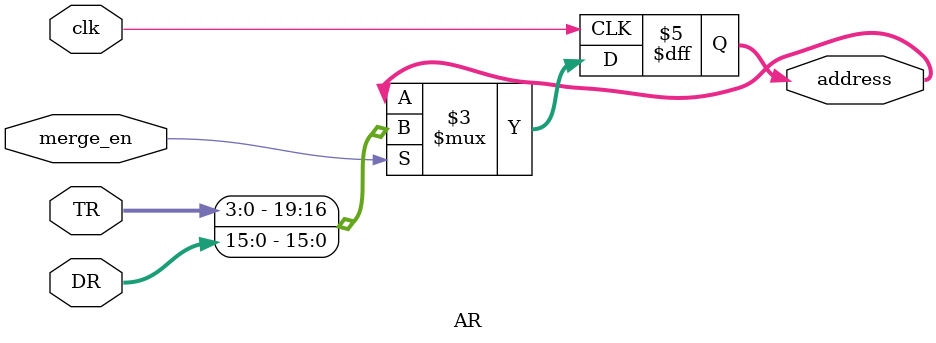
<source format=v>
module AR(address,TR,DR,merge_en,clk);
	output reg [19:0] address;
	input merge_en,clk;
	input [15:0] DR;
	input [3:0] TR;
	always@(posedge clk)
		begin
		if(merge_en) address={TR,DR};
		end
	
endmodule 

</source>
